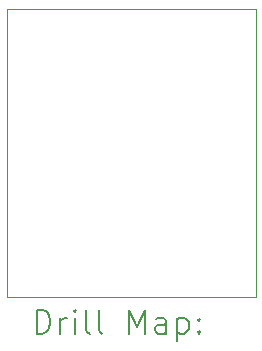
<source format=gbr>
%TF.GenerationSoftware,KiCad,Pcbnew,(6.0.9)*%
%TF.CreationDate,2022-12-03T14:05:31+01:00*%
%TF.ProjectId,rf_phase_shifter_2_45GHz,72665f70-6861-4736-955f-736869667465,1.0.0*%
%TF.SameCoordinates,Original*%
%TF.FileFunction,Drillmap*%
%TF.FilePolarity,Positive*%
%FSLAX45Y45*%
G04 Gerber Fmt 4.5, Leading zero omitted, Abs format (unit mm)*
G04 Created by KiCad (PCBNEW (6.0.9)) date 2022-12-03 14:05:31*
%MOMM*%
%LPD*%
G01*
G04 APERTURE LIST*
%ADD10C,0.050000*%
%ADD11C,0.200000*%
G04 APERTURE END LIST*
D10*
X7391400Y-6934200D02*
X9499600Y-6934200D01*
X7391400Y-4495800D02*
X7391400Y-6934200D01*
X9499600Y-4495800D02*
X7391400Y-4495800D01*
X9499600Y-6934200D02*
X9499600Y-4495800D01*
D11*
X7646519Y-7247176D02*
X7646519Y-7047176D01*
X7694138Y-7047176D01*
X7722709Y-7056700D01*
X7741757Y-7075748D01*
X7751281Y-7094795D01*
X7760805Y-7132890D01*
X7760805Y-7161462D01*
X7751281Y-7199557D01*
X7741757Y-7218605D01*
X7722709Y-7237652D01*
X7694138Y-7247176D01*
X7646519Y-7247176D01*
X7846519Y-7247176D02*
X7846519Y-7113843D01*
X7846519Y-7151938D02*
X7856043Y-7132890D01*
X7865567Y-7123367D01*
X7884614Y-7113843D01*
X7903662Y-7113843D01*
X7970328Y-7247176D02*
X7970328Y-7113843D01*
X7970328Y-7047176D02*
X7960805Y-7056700D01*
X7970328Y-7066224D01*
X7979852Y-7056700D01*
X7970328Y-7047176D01*
X7970328Y-7066224D01*
X8094138Y-7247176D02*
X8075090Y-7237652D01*
X8065567Y-7218605D01*
X8065567Y-7047176D01*
X8198900Y-7247176D02*
X8179852Y-7237652D01*
X8170328Y-7218605D01*
X8170328Y-7047176D01*
X8427471Y-7247176D02*
X8427471Y-7047176D01*
X8494138Y-7190033D01*
X8560805Y-7047176D01*
X8560805Y-7247176D01*
X8741757Y-7247176D02*
X8741757Y-7142414D01*
X8732233Y-7123367D01*
X8713186Y-7113843D01*
X8675090Y-7113843D01*
X8656043Y-7123367D01*
X8741757Y-7237652D02*
X8722710Y-7247176D01*
X8675090Y-7247176D01*
X8656043Y-7237652D01*
X8646519Y-7218605D01*
X8646519Y-7199557D01*
X8656043Y-7180509D01*
X8675090Y-7170986D01*
X8722710Y-7170986D01*
X8741757Y-7161462D01*
X8836995Y-7113843D02*
X8836995Y-7313843D01*
X8836995Y-7123367D02*
X8856043Y-7113843D01*
X8894138Y-7113843D01*
X8913186Y-7123367D01*
X8922710Y-7132890D01*
X8932233Y-7151938D01*
X8932233Y-7209081D01*
X8922710Y-7228128D01*
X8913186Y-7237652D01*
X8894138Y-7247176D01*
X8856043Y-7247176D01*
X8836995Y-7237652D01*
X9017948Y-7228128D02*
X9027471Y-7237652D01*
X9017948Y-7247176D01*
X9008424Y-7237652D01*
X9017948Y-7228128D01*
X9017948Y-7247176D01*
X9017948Y-7123367D02*
X9027471Y-7132890D01*
X9017948Y-7142414D01*
X9008424Y-7132890D01*
X9017948Y-7123367D01*
X9017948Y-7142414D01*
M02*

</source>
